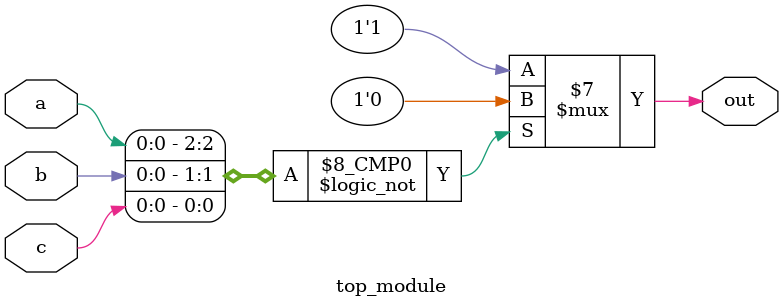
<source format=sv>
module top_module(
	input a, 
	input b,
	input c,
	output out
);

reg out;

always @(a, b, c)
begin
    case({a, b, c})
        3'b000: out = 1'b0;
        3'b001: out = 1'b1;
        3'b011: out = 1'b1;
        3'b111: out = 1'b1;
        3'b110: out = 1'b1;
        default: out = 1'b1;
    endcase
end

endmodule

</source>
